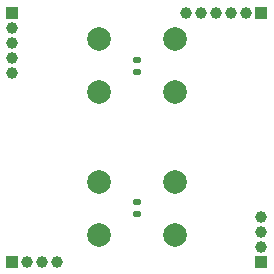
<source format=gbs>
%TF.GenerationSoftware,KiCad,Pcbnew,9.0.5-1.fc42*%
%TF.CreationDate,2025-12-03T03:07:17+01:00*%
%TF.ProjectId,Block-Switch-2V,426c6f63-6b2d-4537-9769-7463682d3256,1*%
%TF.SameCoordinates,Original*%
%TF.FileFunction,Soldermask,Bot*%
%TF.FilePolarity,Negative*%
%FSLAX46Y46*%
G04 Gerber Fmt 4.6, Leading zero omitted, Abs format (unit mm)*
G04 Created by KiCad (PCBNEW 9.0.5-1.fc42) date 2025-12-03 03:07:17*
%MOMM*%
%LPD*%
G01*
G04 APERTURE LIST*
G04 Aperture macros list*
%AMRoundRect*
0 Rectangle with rounded corners*
0 $1 Rounding radius*
0 $2 $3 $4 $5 $6 $7 $8 $9 X,Y pos of 4 corners*
0 Add a 4 corners polygon primitive as box body*
4,1,4,$2,$3,$4,$5,$6,$7,$8,$9,$2,$3,0*
0 Add four circle primitives for the rounded corners*
1,1,$1+$1,$2,$3*
1,1,$1+$1,$4,$5*
1,1,$1+$1,$6,$7*
1,1,$1+$1,$8,$9*
0 Add four rect primitives between the rounded corners*
20,1,$1+$1,$2,$3,$4,$5,0*
20,1,$1+$1,$4,$5,$6,$7,0*
20,1,$1+$1,$6,$7,$8,$9,0*
20,1,$1+$1,$8,$9,$2,$3,0*%
G04 Aperture macros list end*
%ADD10C,2.000000*%
%ADD11R,1.000000X1.000000*%
%ADD12C,1.000000*%
%ADD13RoundRect,0.135000X0.185000X-0.135000X0.185000X0.135000X-0.185000X0.135000X-0.185000X-0.135000X0*%
G04 APERTURE END LIST*
D10*
%TO.C,SW1*%
X142315000Y-109882190D03*
X135815000Y-109882190D03*
X142315000Y-105382190D03*
X135815000Y-105382190D03*
%TD*%
%TO.C,SW2*%
X142315000Y-121947810D03*
X135815000Y-121947810D03*
X142315000Y-117447810D03*
X135815000Y-117447810D03*
%TD*%
D11*
%TO.C,J4*%
X128525000Y-124205000D03*
D12*
X129795000Y-124205000D03*
X131065000Y-124205000D03*
X132335000Y-124205000D03*
%TD*%
D13*
%TO.C,R2*%
X139065000Y-120207810D03*
X139065000Y-119187810D03*
%TD*%
%TO.C,R1*%
X139065000Y-108142190D03*
X139065000Y-107122190D03*
%TD*%
D11*
%TO.C,J2*%
X149605000Y-124205000D03*
D12*
X149605000Y-122935000D03*
X149605000Y-121665000D03*
X149605000Y-120395000D03*
%TD*%
D11*
%TO.C,J1*%
X128525000Y-103125000D03*
D12*
X128525000Y-104395000D03*
X128525000Y-105665000D03*
X128525000Y-106935000D03*
X128525000Y-108205000D03*
%TD*%
D11*
%TO.C,J3*%
X149605000Y-103125000D03*
D12*
X148335000Y-103125000D03*
X147065000Y-103125000D03*
X145795000Y-103125000D03*
X144525000Y-103125000D03*
X143255000Y-103125000D03*
%TD*%
M02*

</source>
